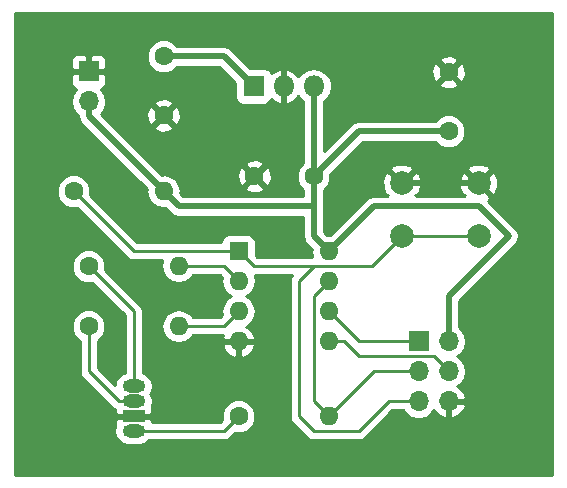
<source format=gbr>
G04 #@! TF.FileFunction,Copper,L2,Bot,Signal*
%FSLAX46Y46*%
G04 Gerber Fmt 4.6, Leading zero omitted, Abs format (unit mm)*
G04 Created by KiCad (PCBNEW 4.0.7) date 11/08/17 15:50:33*
%MOMM*%
%LPD*%
G01*
G04 APERTURE LIST*
%ADD10C,0.100000*%
%ADD11C,1.600000*%
%ADD12O,1.905000X1.117600*%
%ADD13R,1.905000X1.117600*%
%ADD14R,1.700000X1.700000*%
%ADD15O,1.700000X1.700000*%
%ADD16O,1.600000X1.600000*%
%ADD17C,2.000000*%
%ADD18R,1.800000X1.800000*%
%ADD19O,1.800000X1.800000*%
%ADD20R,1.600000X1.600000*%
%ADD21C,0.508000*%
%ADD22C,0.254000*%
G04 APERTURE END LIST*
D10*
D11*
X171450000Y-97790000D03*
X171450000Y-102790000D03*
X195580000Y-104140000D03*
X195580000Y-99140000D03*
X184150000Y-107950000D03*
X179150000Y-107950000D03*
D12*
X168910000Y-129540000D03*
D13*
X168910000Y-128270000D03*
D12*
X168910000Y-127000000D03*
X168910000Y-125730000D03*
D14*
X165100000Y-99060000D03*
D15*
X165100000Y-101600000D03*
D14*
X193040000Y-121920000D03*
D15*
X195580000Y-121920000D03*
X193040000Y-124460000D03*
X195580000Y-124460000D03*
X193040000Y-127000000D03*
X195580000Y-127000000D03*
D11*
X165100000Y-120650000D03*
D16*
X172720000Y-120650000D03*
D11*
X165100000Y-115570000D03*
D16*
X172720000Y-115570000D03*
D11*
X177800000Y-128270000D03*
D16*
X185420000Y-128270000D03*
D11*
X163830000Y-109220000D03*
D16*
X171450000Y-109220000D03*
D17*
X198120000Y-108530000D03*
X198120000Y-113030000D03*
X191620000Y-108530000D03*
X191620000Y-113030000D03*
D18*
X179070000Y-100330000D03*
D19*
X181610000Y-100330000D03*
X184150000Y-100330000D03*
D20*
X177800000Y-114300000D03*
D16*
X185420000Y-121920000D03*
X177800000Y-116840000D03*
X185420000Y-119380000D03*
X177800000Y-119380000D03*
X185420000Y-116840000D03*
X177800000Y-121920000D03*
X185420000Y-114300000D03*
D21*
X171450000Y-97790000D02*
X176530000Y-97790000D01*
X176530000Y-97790000D02*
X179070000Y-100330000D01*
X191620000Y-108530000D02*
X198120000Y-108530000D01*
X195580000Y-121920000D02*
X195580000Y-118110000D01*
X189230000Y-110490000D02*
X185420000Y-114300000D01*
X198120000Y-110490000D02*
X189230000Y-110490000D01*
X200660000Y-113030000D02*
X198120000Y-110490000D01*
X195580000Y-118110000D02*
X200660000Y-113030000D01*
X184150000Y-110490000D02*
X172720000Y-110490000D01*
X172720000Y-110490000D02*
X171450000Y-109220000D01*
X184150000Y-107950000D02*
X184150000Y-110490000D01*
X184150000Y-110490000D02*
X184150000Y-113030000D01*
X184150000Y-113030000D02*
X185420000Y-114300000D01*
X184150000Y-100330000D02*
X184150000Y-107950000D01*
X195580000Y-104140000D02*
X187960000Y-104140000D01*
X187960000Y-104140000D02*
X184150000Y-107950000D01*
X165100000Y-101600000D02*
X165100000Y-102870000D01*
X165100000Y-102870000D02*
X171450000Y-109220000D01*
D22*
X168910000Y-129540000D02*
X176530000Y-129540000D01*
X176530000Y-129540000D02*
X177800000Y-128270000D01*
X168910000Y-127000000D02*
X167640000Y-127000000D01*
X165100000Y-124460000D02*
X165100000Y-120650000D01*
X167640000Y-127000000D02*
X165100000Y-124460000D01*
X168910000Y-125730000D02*
X168910000Y-119380000D01*
X168910000Y-119380000D02*
X165100000Y-115570000D01*
X193040000Y-121920000D02*
X187960000Y-121920000D01*
X187960000Y-121920000D02*
X185420000Y-119380000D01*
X193040000Y-124460000D02*
X189230000Y-124460000D01*
X189230000Y-124460000D02*
X185420000Y-128270000D01*
X185420000Y-116840000D02*
X184150000Y-118110000D01*
X184150000Y-127000000D02*
X185420000Y-128270000D01*
X184150000Y-118110000D02*
X184150000Y-127000000D01*
X195580000Y-124460000D02*
X194310000Y-123190000D01*
X186690000Y-121920000D02*
X185420000Y-121920000D01*
X187960000Y-123190000D02*
X186690000Y-121920000D01*
X194310000Y-123190000D02*
X187960000Y-123190000D01*
X191620000Y-113030000D02*
X198120000Y-113030000D01*
X184150000Y-115570000D02*
X179070000Y-115570000D01*
X179070000Y-115570000D02*
X177800000Y-114300000D01*
X193040000Y-127000000D02*
X190500000Y-127000000D01*
X189080000Y-115570000D02*
X191620000Y-113030000D01*
X184150000Y-115570000D02*
X189080000Y-115570000D01*
X182880000Y-116840000D02*
X184150000Y-115570000D01*
X182880000Y-128270000D02*
X182880000Y-116840000D01*
X184150000Y-129540000D02*
X182880000Y-128270000D01*
X187960000Y-129540000D02*
X184150000Y-129540000D01*
X190500000Y-127000000D02*
X187960000Y-129540000D01*
X177800000Y-114300000D02*
X168910000Y-114300000D01*
X168910000Y-114300000D02*
X163830000Y-109220000D01*
X172720000Y-120650000D02*
X176530000Y-120650000D01*
X176530000Y-120650000D02*
X177800000Y-119380000D01*
X172720000Y-115570000D02*
X176530000Y-115570000D01*
X176530000Y-115570000D02*
X177800000Y-116840000D01*
G36*
X204343000Y-133223000D02*
X158877000Y-133223000D01*
X158877000Y-129540000D01*
X167291399Y-129540000D01*
X167382272Y-129996847D01*
X167641055Y-130384144D01*
X168028352Y-130642927D01*
X168485199Y-130733800D01*
X169334801Y-130733800D01*
X169791648Y-130642927D01*
X170178945Y-130384144D01*
X170233832Y-130302000D01*
X176530000Y-130302000D01*
X176821605Y-130243996D01*
X177068815Y-130078815D01*
X177463544Y-129684086D01*
X177513309Y-129704750D01*
X178084187Y-129705248D01*
X178611800Y-129487243D01*
X179015824Y-129083923D01*
X179234750Y-128556691D01*
X179235248Y-127985813D01*
X179017243Y-127458200D01*
X178613923Y-127054176D01*
X178086691Y-126835250D01*
X177515813Y-126834752D01*
X176988200Y-127052757D01*
X176584176Y-127456077D01*
X176365250Y-127983309D01*
X176364752Y-128554187D01*
X176386222Y-128606148D01*
X176214370Y-128778000D01*
X170497500Y-128778000D01*
X170497500Y-128555750D01*
X170338750Y-128397000D01*
X169590188Y-128397000D01*
X169334801Y-128346200D01*
X168485199Y-128346200D01*
X168229812Y-128397000D01*
X167481250Y-128397000D01*
X167322500Y-128555750D01*
X167322500Y-128955110D01*
X167380087Y-129094137D01*
X167291399Y-129540000D01*
X158877000Y-129540000D01*
X158877000Y-115854187D01*
X163664752Y-115854187D01*
X163882757Y-116381800D01*
X164286077Y-116785824D01*
X164813309Y-117004750D01*
X165384187Y-117005248D01*
X165436148Y-116983778D01*
X168148000Y-119695631D01*
X168148000Y-124603273D01*
X168028352Y-124627073D01*
X167641055Y-124885856D01*
X167382272Y-125273153D01*
X167317320Y-125599689D01*
X165862000Y-124144370D01*
X165862000Y-121887820D01*
X165911800Y-121867243D01*
X166315824Y-121463923D01*
X166534750Y-120936691D01*
X166535248Y-120365813D01*
X166317243Y-119838200D01*
X165913923Y-119434176D01*
X165386691Y-119215250D01*
X164815813Y-119214752D01*
X164288200Y-119432757D01*
X163884176Y-119836077D01*
X163665250Y-120363309D01*
X163664752Y-120934187D01*
X163882757Y-121461800D01*
X164286077Y-121865824D01*
X164338000Y-121887384D01*
X164338000Y-124460000D01*
X164396004Y-124751605D01*
X164485708Y-124885856D01*
X164561185Y-124998815D01*
X167101184Y-127538815D01*
X167322500Y-127686694D01*
X167322500Y-127984250D01*
X167481250Y-128143000D01*
X168229812Y-128143000D01*
X168485199Y-128193800D01*
X169334801Y-128193800D01*
X169590188Y-128143000D01*
X170338750Y-128143000D01*
X170497500Y-127984250D01*
X170497500Y-127584890D01*
X170439913Y-127445863D01*
X170528601Y-127000000D01*
X170437728Y-126543153D01*
X170318690Y-126365000D01*
X170437728Y-126186847D01*
X170528601Y-125730000D01*
X170437728Y-125273153D01*
X170178945Y-124885856D01*
X169791648Y-124627073D01*
X169672000Y-124603273D01*
X169672000Y-122269039D01*
X176408096Y-122269039D01*
X176568959Y-122657423D01*
X176944866Y-123072389D01*
X177450959Y-123311914D01*
X177673000Y-123190629D01*
X177673000Y-122047000D01*
X177927000Y-122047000D01*
X177927000Y-123190629D01*
X178149041Y-123311914D01*
X178655134Y-123072389D01*
X179031041Y-122657423D01*
X179191904Y-122269039D01*
X179069915Y-122047000D01*
X177927000Y-122047000D01*
X177673000Y-122047000D01*
X176530085Y-122047000D01*
X176408096Y-122269039D01*
X169672000Y-122269039D01*
X169672000Y-119380000D01*
X169613996Y-119088395D01*
X169547834Y-118989377D01*
X169448816Y-118841185D01*
X166514086Y-115906456D01*
X166534750Y-115856691D01*
X166535248Y-115285813D01*
X166317243Y-114758200D01*
X165913923Y-114354176D01*
X165386691Y-114135250D01*
X164815813Y-114134752D01*
X164288200Y-114352757D01*
X163884176Y-114756077D01*
X163665250Y-115283309D01*
X163664752Y-115854187D01*
X158877000Y-115854187D01*
X158877000Y-109504187D01*
X162394752Y-109504187D01*
X162612757Y-110031800D01*
X163016077Y-110435824D01*
X163543309Y-110654750D01*
X164114187Y-110655248D01*
X164166148Y-110633778D01*
X168371185Y-114838815D01*
X168618395Y-115003996D01*
X168910000Y-115062000D01*
X171357935Y-115062000D01*
X171256887Y-115570000D01*
X171366120Y-116119151D01*
X171677189Y-116584698D01*
X172142736Y-116895767D01*
X172691887Y-117005000D01*
X172748113Y-117005000D01*
X173297264Y-116895767D01*
X173762811Y-116584698D01*
X173931659Y-116332000D01*
X176214370Y-116332000D01*
X176400843Y-116518473D01*
X176336887Y-116840000D01*
X176446120Y-117389151D01*
X176757189Y-117854698D01*
X177139275Y-118110000D01*
X176757189Y-118365302D01*
X176446120Y-118830849D01*
X176336887Y-119380000D01*
X176400843Y-119701527D01*
X176214370Y-119888000D01*
X173931659Y-119888000D01*
X173762811Y-119635302D01*
X173297264Y-119324233D01*
X172748113Y-119215000D01*
X172691887Y-119215000D01*
X172142736Y-119324233D01*
X171677189Y-119635302D01*
X171366120Y-120100849D01*
X171256887Y-120650000D01*
X171366120Y-121199151D01*
X171677189Y-121664698D01*
X172142736Y-121975767D01*
X172691887Y-122085000D01*
X172748113Y-122085000D01*
X173297264Y-121975767D01*
X173762811Y-121664698D01*
X173931659Y-121412000D01*
X176473935Y-121412000D01*
X176408096Y-121570961D01*
X176530085Y-121793000D01*
X177673000Y-121793000D01*
X177673000Y-121773000D01*
X177927000Y-121773000D01*
X177927000Y-121793000D01*
X179069915Y-121793000D01*
X179191904Y-121570961D01*
X179031041Y-121182577D01*
X178655134Y-120767611D01*
X178438297Y-120664986D01*
X178842811Y-120394698D01*
X179153880Y-119929151D01*
X179263113Y-119380000D01*
X179153880Y-118830849D01*
X178842811Y-118365302D01*
X178460725Y-118110000D01*
X178842811Y-117854698D01*
X179153880Y-117389151D01*
X179263113Y-116840000D01*
X179162065Y-116332000D01*
X182320595Y-116332000D01*
X182176004Y-116548395D01*
X182118000Y-116840000D01*
X182118000Y-128270000D01*
X182176004Y-128561605D01*
X182265708Y-128695856D01*
X182341185Y-128808815D01*
X183611184Y-130078815D01*
X183858395Y-130243996D01*
X184150000Y-130302000D01*
X187960000Y-130302000D01*
X188251605Y-130243996D01*
X188498815Y-130078815D01*
X190815631Y-127762000D01*
X191768382Y-127762000D01*
X191960853Y-128050054D01*
X192442622Y-128371961D01*
X193010907Y-128485000D01*
X193069093Y-128485000D01*
X193637378Y-128371961D01*
X194119147Y-128050054D01*
X194308345Y-127766899D01*
X194308355Y-127766924D01*
X194698642Y-128195183D01*
X195223108Y-128441486D01*
X195453000Y-128320819D01*
X195453000Y-127127000D01*
X195707000Y-127127000D01*
X195707000Y-128320819D01*
X195936892Y-128441486D01*
X196461358Y-128195183D01*
X196851645Y-127766924D01*
X197021476Y-127356890D01*
X196900155Y-127127000D01*
X195707000Y-127127000D01*
X195453000Y-127127000D01*
X195433000Y-127127000D01*
X195433000Y-126873000D01*
X195453000Y-126873000D01*
X195453000Y-126853000D01*
X195707000Y-126853000D01*
X195707000Y-126873000D01*
X196900155Y-126873000D01*
X197021476Y-126643110D01*
X196851645Y-126233076D01*
X196461358Y-125804817D01*
X196318447Y-125737702D01*
X196659147Y-125510054D01*
X196981054Y-125028285D01*
X197094093Y-124460000D01*
X196981054Y-123891715D01*
X196659147Y-123409946D01*
X196329974Y-123190000D01*
X196659147Y-122970054D01*
X196981054Y-122488285D01*
X197094093Y-121920000D01*
X196981054Y-121351715D01*
X196659147Y-120869946D01*
X196469000Y-120742894D01*
X196469000Y-118478236D01*
X201288618Y-113658618D01*
X201481329Y-113370205D01*
X201549000Y-113030000D01*
X201523851Y-112903569D01*
X201481329Y-112689794D01*
X201288618Y-112401382D01*
X198882795Y-109995559D01*
X198994264Y-109949387D01*
X199092927Y-109682532D01*
X198120000Y-108709605D01*
X198105858Y-108723748D01*
X197926253Y-108544143D01*
X197940395Y-108530000D01*
X198299605Y-108530000D01*
X199272532Y-109502927D01*
X199539387Y-109404264D01*
X199765908Y-108794539D01*
X199741856Y-108144540D01*
X199539387Y-107655736D01*
X199272532Y-107557073D01*
X198299605Y-108530000D01*
X197940395Y-108530000D01*
X196967468Y-107557073D01*
X196700613Y-107655736D01*
X196474092Y-108265461D01*
X196498144Y-108915460D01*
X196700613Y-109404264D01*
X196967466Y-109502926D01*
X196869392Y-109601000D01*
X192870608Y-109601000D01*
X192772534Y-109502926D01*
X193039387Y-109404264D01*
X193265908Y-108794539D01*
X193241856Y-108144540D01*
X193039387Y-107655736D01*
X192772532Y-107557073D01*
X191799605Y-108530000D01*
X191813748Y-108544143D01*
X191634143Y-108723748D01*
X191620000Y-108709605D01*
X191605858Y-108723748D01*
X191426253Y-108544143D01*
X191440395Y-108530000D01*
X190467468Y-107557073D01*
X190200613Y-107655736D01*
X189974092Y-108265461D01*
X189998144Y-108915460D01*
X190200613Y-109404264D01*
X190467466Y-109502926D01*
X190369392Y-109601000D01*
X189230000Y-109601000D01*
X188889795Y-109668670D01*
X188601382Y-109861382D01*
X185572935Y-112889829D01*
X185448113Y-112865000D01*
X185391887Y-112865000D01*
X185267065Y-112889829D01*
X185039000Y-112661764D01*
X185039000Y-109090178D01*
X185365824Y-108763923D01*
X185584750Y-108236691D01*
X185585155Y-107772081D01*
X185979768Y-107377468D01*
X190647073Y-107377468D01*
X191620000Y-108350395D01*
X192592927Y-107377468D01*
X197147073Y-107377468D01*
X198120000Y-108350395D01*
X199092927Y-107377468D01*
X198994264Y-107110613D01*
X198384539Y-106884092D01*
X197734540Y-106908144D01*
X197245736Y-107110613D01*
X197147073Y-107377468D01*
X192592927Y-107377468D01*
X192494264Y-107110613D01*
X191884539Y-106884092D01*
X191234540Y-106908144D01*
X190745736Y-107110613D01*
X190647073Y-107377468D01*
X185979768Y-107377468D01*
X188328236Y-105029000D01*
X194439822Y-105029000D01*
X194766077Y-105355824D01*
X195293309Y-105574750D01*
X195864187Y-105575248D01*
X196391800Y-105357243D01*
X196795824Y-104953923D01*
X197014750Y-104426691D01*
X197015248Y-103855813D01*
X196797243Y-103328200D01*
X196393923Y-102924176D01*
X195866691Y-102705250D01*
X195295813Y-102704752D01*
X194768200Y-102922757D01*
X194439384Y-103251000D01*
X187960000Y-103251000D01*
X187619795Y-103318670D01*
X187331382Y-103511382D01*
X185039000Y-105803764D01*
X185039000Y-101566739D01*
X185265481Y-101415409D01*
X185598227Y-100917419D01*
X185715072Y-100330000D01*
X185678820Y-100147745D01*
X194751861Y-100147745D01*
X194825995Y-100393864D01*
X195363223Y-100586965D01*
X195933454Y-100559778D01*
X196334005Y-100393864D01*
X196408139Y-100147745D01*
X195580000Y-99319605D01*
X194751861Y-100147745D01*
X185678820Y-100147745D01*
X185598227Y-99742581D01*
X185265481Y-99244591D01*
X184784520Y-98923223D01*
X194133035Y-98923223D01*
X194160222Y-99493454D01*
X194326136Y-99894005D01*
X194572255Y-99968139D01*
X195400395Y-99140000D01*
X195759605Y-99140000D01*
X196587745Y-99968139D01*
X196833864Y-99894005D01*
X197026965Y-99356777D01*
X196999778Y-98786546D01*
X196833864Y-98385995D01*
X196587745Y-98311861D01*
X195759605Y-99140000D01*
X195400395Y-99140000D01*
X194572255Y-98311861D01*
X194326136Y-98385995D01*
X194133035Y-98923223D01*
X184784520Y-98923223D01*
X184767491Y-98911845D01*
X184180072Y-98795000D01*
X184119928Y-98795000D01*
X183532509Y-98911845D01*
X183034519Y-99244591D01*
X182875499Y-99482582D01*
X182517576Y-99092034D01*
X181974742Y-98838954D01*
X181737000Y-98959003D01*
X181737000Y-100203000D01*
X181757000Y-100203000D01*
X181757000Y-100457000D01*
X181737000Y-100457000D01*
X181737000Y-101700997D01*
X181974742Y-101821046D01*
X182517576Y-101567966D01*
X182875499Y-101177418D01*
X183034519Y-101415409D01*
X183261000Y-101566739D01*
X183261000Y-106809822D01*
X182934176Y-107136077D01*
X182715250Y-107663309D01*
X182714752Y-108234187D01*
X182932757Y-108761800D01*
X183261000Y-109090616D01*
X183261000Y-109601000D01*
X173088236Y-109601000D01*
X172878956Y-109391720D01*
X172913113Y-109220000D01*
X172860948Y-108957745D01*
X178321861Y-108957745D01*
X178395995Y-109203864D01*
X178933223Y-109396965D01*
X179503454Y-109369778D01*
X179904005Y-109203864D01*
X179978139Y-108957745D01*
X179150000Y-108129605D01*
X178321861Y-108957745D01*
X172860948Y-108957745D01*
X172803880Y-108670849D01*
X172492811Y-108205302D01*
X172027264Y-107894233D01*
X171478113Y-107785000D01*
X171421887Y-107785000D01*
X171297065Y-107809829D01*
X171220459Y-107733223D01*
X177703035Y-107733223D01*
X177730222Y-108303454D01*
X177896136Y-108704005D01*
X178142255Y-108778139D01*
X178970395Y-107950000D01*
X179329605Y-107950000D01*
X180157745Y-108778139D01*
X180403864Y-108704005D01*
X180596965Y-108166777D01*
X180569778Y-107596546D01*
X180403864Y-107195995D01*
X180157745Y-107121861D01*
X179329605Y-107950000D01*
X178970395Y-107950000D01*
X178142255Y-107121861D01*
X177896136Y-107195995D01*
X177703035Y-107733223D01*
X171220459Y-107733223D01*
X170429491Y-106942255D01*
X178321861Y-106942255D01*
X179150000Y-107770395D01*
X179978139Y-106942255D01*
X179904005Y-106696136D01*
X179366777Y-106503035D01*
X178796546Y-106530222D01*
X178395995Y-106696136D01*
X178321861Y-106942255D01*
X170429491Y-106942255D01*
X167284981Y-103797745D01*
X170621861Y-103797745D01*
X170695995Y-104043864D01*
X171233223Y-104236965D01*
X171803454Y-104209778D01*
X172204005Y-104043864D01*
X172278139Y-103797745D01*
X171450000Y-102969605D01*
X170621861Y-103797745D01*
X167284981Y-103797745D01*
X166154056Y-102666820D01*
X166179147Y-102650054D01*
X166230483Y-102573223D01*
X170003035Y-102573223D01*
X170030222Y-103143454D01*
X170196136Y-103544005D01*
X170442255Y-103618139D01*
X171270395Y-102790000D01*
X171629605Y-102790000D01*
X172457745Y-103618139D01*
X172703864Y-103544005D01*
X172896965Y-103006777D01*
X172869778Y-102436546D01*
X172703864Y-102035995D01*
X172457745Y-101961861D01*
X171629605Y-102790000D01*
X171270395Y-102790000D01*
X170442255Y-101961861D01*
X170196136Y-102035995D01*
X170003035Y-102573223D01*
X166230483Y-102573223D01*
X166501054Y-102168285D01*
X166577840Y-101782255D01*
X170621861Y-101782255D01*
X171450000Y-102610395D01*
X172278139Y-101782255D01*
X172204005Y-101536136D01*
X171666777Y-101343035D01*
X171096546Y-101370222D01*
X170695995Y-101536136D01*
X170621861Y-101782255D01*
X166577840Y-101782255D01*
X166614093Y-101600000D01*
X166501054Y-101031715D01*
X166179147Y-100549946D01*
X166135223Y-100520597D01*
X166309698Y-100448327D01*
X166488327Y-100269699D01*
X166585000Y-100036310D01*
X166585000Y-99345750D01*
X166426250Y-99187000D01*
X165227000Y-99187000D01*
X165227000Y-99207000D01*
X164973000Y-99207000D01*
X164973000Y-99187000D01*
X163773750Y-99187000D01*
X163615000Y-99345750D01*
X163615000Y-100036310D01*
X163711673Y-100269699D01*
X163890302Y-100448327D01*
X164064777Y-100520597D01*
X164020853Y-100549946D01*
X163698946Y-101031715D01*
X163585907Y-101600000D01*
X163698946Y-102168285D01*
X164020853Y-102650054D01*
X164211000Y-102777106D01*
X164211000Y-102870000D01*
X164278671Y-103210206D01*
X164471382Y-103498618D01*
X170021044Y-109048280D01*
X169986887Y-109220000D01*
X170096120Y-109769151D01*
X170407189Y-110234698D01*
X170872736Y-110545767D01*
X171421887Y-110655000D01*
X171478113Y-110655000D01*
X171602935Y-110630171D01*
X172091382Y-111118618D01*
X172379794Y-111311329D01*
X172720000Y-111379000D01*
X183261000Y-111379000D01*
X183261000Y-113030000D01*
X183328671Y-113370206D01*
X183461378Y-113568816D01*
X183521382Y-113658618D01*
X183991044Y-114128280D01*
X183956887Y-114300000D01*
X184057935Y-114808000D01*
X179385631Y-114808000D01*
X179247440Y-114669809D01*
X179247440Y-113500000D01*
X179203162Y-113264683D01*
X179064090Y-113048559D01*
X178851890Y-112903569D01*
X178600000Y-112852560D01*
X177000000Y-112852560D01*
X176764683Y-112896838D01*
X176548559Y-113035910D01*
X176403569Y-113248110D01*
X176352560Y-113500000D01*
X176352560Y-113538000D01*
X169225630Y-113538000D01*
X165244086Y-109556456D01*
X165264750Y-109506691D01*
X165265248Y-108935813D01*
X165047243Y-108408200D01*
X164643923Y-108004176D01*
X164116691Y-107785250D01*
X163545813Y-107784752D01*
X163018200Y-108002757D01*
X162614176Y-108406077D01*
X162395250Y-108933309D01*
X162394752Y-109504187D01*
X158877000Y-109504187D01*
X158877000Y-98083690D01*
X163615000Y-98083690D01*
X163615000Y-98774250D01*
X163773750Y-98933000D01*
X164973000Y-98933000D01*
X164973000Y-97733750D01*
X165227000Y-97733750D01*
X165227000Y-98933000D01*
X166426250Y-98933000D01*
X166585000Y-98774250D01*
X166585000Y-98083690D01*
X166581064Y-98074187D01*
X170014752Y-98074187D01*
X170232757Y-98601800D01*
X170636077Y-99005824D01*
X171163309Y-99224750D01*
X171734187Y-99225248D01*
X172261800Y-99007243D01*
X172590616Y-98679000D01*
X176161764Y-98679000D01*
X177522560Y-100039796D01*
X177522560Y-101230000D01*
X177566838Y-101465317D01*
X177705910Y-101681441D01*
X177918110Y-101826431D01*
X178170000Y-101877440D01*
X179970000Y-101877440D01*
X180205317Y-101833162D01*
X180421441Y-101694090D01*
X180566431Y-101481890D01*
X180576766Y-101430854D01*
X180702424Y-101567966D01*
X181245258Y-101821046D01*
X181483000Y-101700997D01*
X181483000Y-100457000D01*
X181463000Y-100457000D01*
X181463000Y-100203000D01*
X181483000Y-100203000D01*
X181483000Y-98959003D01*
X181245258Y-98838954D01*
X180702424Y-99092034D01*
X180579156Y-99226538D01*
X180573162Y-99194683D01*
X180434090Y-98978559D01*
X180221890Y-98833569D01*
X179970000Y-98782560D01*
X178779796Y-98782560D01*
X178129491Y-98132255D01*
X194751861Y-98132255D01*
X195580000Y-98960395D01*
X196408139Y-98132255D01*
X196334005Y-97886136D01*
X195796777Y-97693035D01*
X195226546Y-97720222D01*
X194825995Y-97886136D01*
X194751861Y-98132255D01*
X178129491Y-98132255D01*
X177158618Y-97161382D01*
X176870206Y-96968671D01*
X176530000Y-96901000D01*
X172590178Y-96901000D01*
X172263923Y-96574176D01*
X171736691Y-96355250D01*
X171165813Y-96354752D01*
X170638200Y-96572757D01*
X170234176Y-96976077D01*
X170015250Y-97503309D01*
X170014752Y-98074187D01*
X166581064Y-98074187D01*
X166488327Y-97850301D01*
X166309698Y-97671673D01*
X166076309Y-97575000D01*
X165385750Y-97575000D01*
X165227000Y-97733750D01*
X164973000Y-97733750D01*
X164814250Y-97575000D01*
X164123691Y-97575000D01*
X163890302Y-97671673D01*
X163711673Y-97850301D01*
X163615000Y-98083690D01*
X158877000Y-98083690D01*
X158877000Y-94107000D01*
X204343000Y-94107000D01*
X204343000Y-133223000D01*
X204343000Y-133223000D01*
G37*
X204343000Y-133223000D02*
X158877000Y-133223000D01*
X158877000Y-129540000D01*
X167291399Y-129540000D01*
X167382272Y-129996847D01*
X167641055Y-130384144D01*
X168028352Y-130642927D01*
X168485199Y-130733800D01*
X169334801Y-130733800D01*
X169791648Y-130642927D01*
X170178945Y-130384144D01*
X170233832Y-130302000D01*
X176530000Y-130302000D01*
X176821605Y-130243996D01*
X177068815Y-130078815D01*
X177463544Y-129684086D01*
X177513309Y-129704750D01*
X178084187Y-129705248D01*
X178611800Y-129487243D01*
X179015824Y-129083923D01*
X179234750Y-128556691D01*
X179235248Y-127985813D01*
X179017243Y-127458200D01*
X178613923Y-127054176D01*
X178086691Y-126835250D01*
X177515813Y-126834752D01*
X176988200Y-127052757D01*
X176584176Y-127456077D01*
X176365250Y-127983309D01*
X176364752Y-128554187D01*
X176386222Y-128606148D01*
X176214370Y-128778000D01*
X170497500Y-128778000D01*
X170497500Y-128555750D01*
X170338750Y-128397000D01*
X169590188Y-128397000D01*
X169334801Y-128346200D01*
X168485199Y-128346200D01*
X168229812Y-128397000D01*
X167481250Y-128397000D01*
X167322500Y-128555750D01*
X167322500Y-128955110D01*
X167380087Y-129094137D01*
X167291399Y-129540000D01*
X158877000Y-129540000D01*
X158877000Y-115854187D01*
X163664752Y-115854187D01*
X163882757Y-116381800D01*
X164286077Y-116785824D01*
X164813309Y-117004750D01*
X165384187Y-117005248D01*
X165436148Y-116983778D01*
X168148000Y-119695631D01*
X168148000Y-124603273D01*
X168028352Y-124627073D01*
X167641055Y-124885856D01*
X167382272Y-125273153D01*
X167317320Y-125599689D01*
X165862000Y-124144370D01*
X165862000Y-121887820D01*
X165911800Y-121867243D01*
X166315824Y-121463923D01*
X166534750Y-120936691D01*
X166535248Y-120365813D01*
X166317243Y-119838200D01*
X165913923Y-119434176D01*
X165386691Y-119215250D01*
X164815813Y-119214752D01*
X164288200Y-119432757D01*
X163884176Y-119836077D01*
X163665250Y-120363309D01*
X163664752Y-120934187D01*
X163882757Y-121461800D01*
X164286077Y-121865824D01*
X164338000Y-121887384D01*
X164338000Y-124460000D01*
X164396004Y-124751605D01*
X164485708Y-124885856D01*
X164561185Y-124998815D01*
X167101184Y-127538815D01*
X167322500Y-127686694D01*
X167322500Y-127984250D01*
X167481250Y-128143000D01*
X168229812Y-128143000D01*
X168485199Y-128193800D01*
X169334801Y-128193800D01*
X169590188Y-128143000D01*
X170338750Y-128143000D01*
X170497500Y-127984250D01*
X170497500Y-127584890D01*
X170439913Y-127445863D01*
X170528601Y-127000000D01*
X170437728Y-126543153D01*
X170318690Y-126365000D01*
X170437728Y-126186847D01*
X170528601Y-125730000D01*
X170437728Y-125273153D01*
X170178945Y-124885856D01*
X169791648Y-124627073D01*
X169672000Y-124603273D01*
X169672000Y-122269039D01*
X176408096Y-122269039D01*
X176568959Y-122657423D01*
X176944866Y-123072389D01*
X177450959Y-123311914D01*
X177673000Y-123190629D01*
X177673000Y-122047000D01*
X177927000Y-122047000D01*
X177927000Y-123190629D01*
X178149041Y-123311914D01*
X178655134Y-123072389D01*
X179031041Y-122657423D01*
X179191904Y-122269039D01*
X179069915Y-122047000D01*
X177927000Y-122047000D01*
X177673000Y-122047000D01*
X176530085Y-122047000D01*
X176408096Y-122269039D01*
X169672000Y-122269039D01*
X169672000Y-119380000D01*
X169613996Y-119088395D01*
X169547834Y-118989377D01*
X169448816Y-118841185D01*
X166514086Y-115906456D01*
X166534750Y-115856691D01*
X166535248Y-115285813D01*
X166317243Y-114758200D01*
X165913923Y-114354176D01*
X165386691Y-114135250D01*
X164815813Y-114134752D01*
X164288200Y-114352757D01*
X163884176Y-114756077D01*
X163665250Y-115283309D01*
X163664752Y-115854187D01*
X158877000Y-115854187D01*
X158877000Y-109504187D01*
X162394752Y-109504187D01*
X162612757Y-110031800D01*
X163016077Y-110435824D01*
X163543309Y-110654750D01*
X164114187Y-110655248D01*
X164166148Y-110633778D01*
X168371185Y-114838815D01*
X168618395Y-115003996D01*
X168910000Y-115062000D01*
X171357935Y-115062000D01*
X171256887Y-115570000D01*
X171366120Y-116119151D01*
X171677189Y-116584698D01*
X172142736Y-116895767D01*
X172691887Y-117005000D01*
X172748113Y-117005000D01*
X173297264Y-116895767D01*
X173762811Y-116584698D01*
X173931659Y-116332000D01*
X176214370Y-116332000D01*
X176400843Y-116518473D01*
X176336887Y-116840000D01*
X176446120Y-117389151D01*
X176757189Y-117854698D01*
X177139275Y-118110000D01*
X176757189Y-118365302D01*
X176446120Y-118830849D01*
X176336887Y-119380000D01*
X176400843Y-119701527D01*
X176214370Y-119888000D01*
X173931659Y-119888000D01*
X173762811Y-119635302D01*
X173297264Y-119324233D01*
X172748113Y-119215000D01*
X172691887Y-119215000D01*
X172142736Y-119324233D01*
X171677189Y-119635302D01*
X171366120Y-120100849D01*
X171256887Y-120650000D01*
X171366120Y-121199151D01*
X171677189Y-121664698D01*
X172142736Y-121975767D01*
X172691887Y-122085000D01*
X172748113Y-122085000D01*
X173297264Y-121975767D01*
X173762811Y-121664698D01*
X173931659Y-121412000D01*
X176473935Y-121412000D01*
X176408096Y-121570961D01*
X176530085Y-121793000D01*
X177673000Y-121793000D01*
X177673000Y-121773000D01*
X177927000Y-121773000D01*
X177927000Y-121793000D01*
X179069915Y-121793000D01*
X179191904Y-121570961D01*
X179031041Y-121182577D01*
X178655134Y-120767611D01*
X178438297Y-120664986D01*
X178842811Y-120394698D01*
X179153880Y-119929151D01*
X179263113Y-119380000D01*
X179153880Y-118830849D01*
X178842811Y-118365302D01*
X178460725Y-118110000D01*
X178842811Y-117854698D01*
X179153880Y-117389151D01*
X179263113Y-116840000D01*
X179162065Y-116332000D01*
X182320595Y-116332000D01*
X182176004Y-116548395D01*
X182118000Y-116840000D01*
X182118000Y-128270000D01*
X182176004Y-128561605D01*
X182265708Y-128695856D01*
X182341185Y-128808815D01*
X183611184Y-130078815D01*
X183858395Y-130243996D01*
X184150000Y-130302000D01*
X187960000Y-130302000D01*
X188251605Y-130243996D01*
X188498815Y-130078815D01*
X190815631Y-127762000D01*
X191768382Y-127762000D01*
X191960853Y-128050054D01*
X192442622Y-128371961D01*
X193010907Y-128485000D01*
X193069093Y-128485000D01*
X193637378Y-128371961D01*
X194119147Y-128050054D01*
X194308345Y-127766899D01*
X194308355Y-127766924D01*
X194698642Y-128195183D01*
X195223108Y-128441486D01*
X195453000Y-128320819D01*
X195453000Y-127127000D01*
X195707000Y-127127000D01*
X195707000Y-128320819D01*
X195936892Y-128441486D01*
X196461358Y-128195183D01*
X196851645Y-127766924D01*
X197021476Y-127356890D01*
X196900155Y-127127000D01*
X195707000Y-127127000D01*
X195453000Y-127127000D01*
X195433000Y-127127000D01*
X195433000Y-126873000D01*
X195453000Y-126873000D01*
X195453000Y-126853000D01*
X195707000Y-126853000D01*
X195707000Y-126873000D01*
X196900155Y-126873000D01*
X197021476Y-126643110D01*
X196851645Y-126233076D01*
X196461358Y-125804817D01*
X196318447Y-125737702D01*
X196659147Y-125510054D01*
X196981054Y-125028285D01*
X197094093Y-124460000D01*
X196981054Y-123891715D01*
X196659147Y-123409946D01*
X196329974Y-123190000D01*
X196659147Y-122970054D01*
X196981054Y-122488285D01*
X197094093Y-121920000D01*
X196981054Y-121351715D01*
X196659147Y-120869946D01*
X196469000Y-120742894D01*
X196469000Y-118478236D01*
X201288618Y-113658618D01*
X201481329Y-113370205D01*
X201549000Y-113030000D01*
X201523851Y-112903569D01*
X201481329Y-112689794D01*
X201288618Y-112401382D01*
X198882795Y-109995559D01*
X198994264Y-109949387D01*
X199092927Y-109682532D01*
X198120000Y-108709605D01*
X198105858Y-108723748D01*
X197926253Y-108544143D01*
X197940395Y-108530000D01*
X198299605Y-108530000D01*
X199272532Y-109502927D01*
X199539387Y-109404264D01*
X199765908Y-108794539D01*
X199741856Y-108144540D01*
X199539387Y-107655736D01*
X199272532Y-107557073D01*
X198299605Y-108530000D01*
X197940395Y-108530000D01*
X196967468Y-107557073D01*
X196700613Y-107655736D01*
X196474092Y-108265461D01*
X196498144Y-108915460D01*
X196700613Y-109404264D01*
X196967466Y-109502926D01*
X196869392Y-109601000D01*
X192870608Y-109601000D01*
X192772534Y-109502926D01*
X193039387Y-109404264D01*
X193265908Y-108794539D01*
X193241856Y-108144540D01*
X193039387Y-107655736D01*
X192772532Y-107557073D01*
X191799605Y-108530000D01*
X191813748Y-108544143D01*
X191634143Y-108723748D01*
X191620000Y-108709605D01*
X191605858Y-108723748D01*
X191426253Y-108544143D01*
X191440395Y-108530000D01*
X190467468Y-107557073D01*
X190200613Y-107655736D01*
X189974092Y-108265461D01*
X189998144Y-108915460D01*
X190200613Y-109404264D01*
X190467466Y-109502926D01*
X190369392Y-109601000D01*
X189230000Y-109601000D01*
X188889795Y-109668670D01*
X188601382Y-109861382D01*
X185572935Y-112889829D01*
X185448113Y-112865000D01*
X185391887Y-112865000D01*
X185267065Y-112889829D01*
X185039000Y-112661764D01*
X185039000Y-109090178D01*
X185365824Y-108763923D01*
X185584750Y-108236691D01*
X185585155Y-107772081D01*
X185979768Y-107377468D01*
X190647073Y-107377468D01*
X191620000Y-108350395D01*
X192592927Y-107377468D01*
X197147073Y-107377468D01*
X198120000Y-108350395D01*
X199092927Y-107377468D01*
X198994264Y-107110613D01*
X198384539Y-106884092D01*
X197734540Y-106908144D01*
X197245736Y-107110613D01*
X197147073Y-107377468D01*
X192592927Y-107377468D01*
X192494264Y-107110613D01*
X191884539Y-106884092D01*
X191234540Y-106908144D01*
X190745736Y-107110613D01*
X190647073Y-107377468D01*
X185979768Y-107377468D01*
X188328236Y-105029000D01*
X194439822Y-105029000D01*
X194766077Y-105355824D01*
X195293309Y-105574750D01*
X195864187Y-105575248D01*
X196391800Y-105357243D01*
X196795824Y-104953923D01*
X197014750Y-104426691D01*
X197015248Y-103855813D01*
X196797243Y-103328200D01*
X196393923Y-102924176D01*
X195866691Y-102705250D01*
X195295813Y-102704752D01*
X194768200Y-102922757D01*
X194439384Y-103251000D01*
X187960000Y-103251000D01*
X187619795Y-103318670D01*
X187331382Y-103511382D01*
X185039000Y-105803764D01*
X185039000Y-101566739D01*
X185265481Y-101415409D01*
X185598227Y-100917419D01*
X185715072Y-100330000D01*
X185678820Y-100147745D01*
X194751861Y-100147745D01*
X194825995Y-100393864D01*
X195363223Y-100586965D01*
X195933454Y-100559778D01*
X196334005Y-100393864D01*
X196408139Y-100147745D01*
X195580000Y-99319605D01*
X194751861Y-100147745D01*
X185678820Y-100147745D01*
X185598227Y-99742581D01*
X185265481Y-99244591D01*
X184784520Y-98923223D01*
X194133035Y-98923223D01*
X194160222Y-99493454D01*
X194326136Y-99894005D01*
X194572255Y-99968139D01*
X195400395Y-99140000D01*
X195759605Y-99140000D01*
X196587745Y-99968139D01*
X196833864Y-99894005D01*
X197026965Y-99356777D01*
X196999778Y-98786546D01*
X196833864Y-98385995D01*
X196587745Y-98311861D01*
X195759605Y-99140000D01*
X195400395Y-99140000D01*
X194572255Y-98311861D01*
X194326136Y-98385995D01*
X194133035Y-98923223D01*
X184784520Y-98923223D01*
X184767491Y-98911845D01*
X184180072Y-98795000D01*
X184119928Y-98795000D01*
X183532509Y-98911845D01*
X183034519Y-99244591D01*
X182875499Y-99482582D01*
X182517576Y-99092034D01*
X181974742Y-98838954D01*
X181737000Y-98959003D01*
X181737000Y-100203000D01*
X181757000Y-100203000D01*
X181757000Y-100457000D01*
X181737000Y-100457000D01*
X181737000Y-101700997D01*
X181974742Y-101821046D01*
X182517576Y-101567966D01*
X182875499Y-101177418D01*
X183034519Y-101415409D01*
X183261000Y-101566739D01*
X183261000Y-106809822D01*
X182934176Y-107136077D01*
X182715250Y-107663309D01*
X182714752Y-108234187D01*
X182932757Y-108761800D01*
X183261000Y-109090616D01*
X183261000Y-109601000D01*
X173088236Y-109601000D01*
X172878956Y-109391720D01*
X172913113Y-109220000D01*
X172860948Y-108957745D01*
X178321861Y-108957745D01*
X178395995Y-109203864D01*
X178933223Y-109396965D01*
X179503454Y-109369778D01*
X179904005Y-109203864D01*
X179978139Y-108957745D01*
X179150000Y-108129605D01*
X178321861Y-108957745D01*
X172860948Y-108957745D01*
X172803880Y-108670849D01*
X172492811Y-108205302D01*
X172027264Y-107894233D01*
X171478113Y-107785000D01*
X171421887Y-107785000D01*
X171297065Y-107809829D01*
X171220459Y-107733223D01*
X177703035Y-107733223D01*
X177730222Y-108303454D01*
X177896136Y-108704005D01*
X178142255Y-108778139D01*
X178970395Y-107950000D01*
X179329605Y-107950000D01*
X180157745Y-108778139D01*
X180403864Y-108704005D01*
X180596965Y-108166777D01*
X180569778Y-107596546D01*
X180403864Y-107195995D01*
X180157745Y-107121861D01*
X179329605Y-107950000D01*
X178970395Y-107950000D01*
X178142255Y-107121861D01*
X177896136Y-107195995D01*
X177703035Y-107733223D01*
X171220459Y-107733223D01*
X170429491Y-106942255D01*
X178321861Y-106942255D01*
X179150000Y-107770395D01*
X179978139Y-106942255D01*
X179904005Y-106696136D01*
X179366777Y-106503035D01*
X178796546Y-106530222D01*
X178395995Y-106696136D01*
X178321861Y-106942255D01*
X170429491Y-106942255D01*
X167284981Y-103797745D01*
X170621861Y-103797745D01*
X170695995Y-104043864D01*
X171233223Y-104236965D01*
X171803454Y-104209778D01*
X172204005Y-104043864D01*
X172278139Y-103797745D01*
X171450000Y-102969605D01*
X170621861Y-103797745D01*
X167284981Y-103797745D01*
X166154056Y-102666820D01*
X166179147Y-102650054D01*
X166230483Y-102573223D01*
X170003035Y-102573223D01*
X170030222Y-103143454D01*
X170196136Y-103544005D01*
X170442255Y-103618139D01*
X171270395Y-102790000D01*
X171629605Y-102790000D01*
X172457745Y-103618139D01*
X172703864Y-103544005D01*
X172896965Y-103006777D01*
X172869778Y-102436546D01*
X172703864Y-102035995D01*
X172457745Y-101961861D01*
X171629605Y-102790000D01*
X171270395Y-102790000D01*
X170442255Y-101961861D01*
X170196136Y-102035995D01*
X170003035Y-102573223D01*
X166230483Y-102573223D01*
X166501054Y-102168285D01*
X166577840Y-101782255D01*
X170621861Y-101782255D01*
X171450000Y-102610395D01*
X172278139Y-101782255D01*
X172204005Y-101536136D01*
X171666777Y-101343035D01*
X171096546Y-101370222D01*
X170695995Y-101536136D01*
X170621861Y-101782255D01*
X166577840Y-101782255D01*
X166614093Y-101600000D01*
X166501054Y-101031715D01*
X166179147Y-100549946D01*
X166135223Y-100520597D01*
X166309698Y-100448327D01*
X166488327Y-100269699D01*
X166585000Y-100036310D01*
X166585000Y-99345750D01*
X166426250Y-99187000D01*
X165227000Y-99187000D01*
X165227000Y-99207000D01*
X164973000Y-99207000D01*
X164973000Y-99187000D01*
X163773750Y-99187000D01*
X163615000Y-99345750D01*
X163615000Y-100036310D01*
X163711673Y-100269699D01*
X163890302Y-100448327D01*
X164064777Y-100520597D01*
X164020853Y-100549946D01*
X163698946Y-101031715D01*
X163585907Y-101600000D01*
X163698946Y-102168285D01*
X164020853Y-102650054D01*
X164211000Y-102777106D01*
X164211000Y-102870000D01*
X164278671Y-103210206D01*
X164471382Y-103498618D01*
X170021044Y-109048280D01*
X169986887Y-109220000D01*
X170096120Y-109769151D01*
X170407189Y-110234698D01*
X170872736Y-110545767D01*
X171421887Y-110655000D01*
X171478113Y-110655000D01*
X171602935Y-110630171D01*
X172091382Y-111118618D01*
X172379794Y-111311329D01*
X172720000Y-111379000D01*
X183261000Y-111379000D01*
X183261000Y-113030000D01*
X183328671Y-113370206D01*
X183461378Y-113568816D01*
X183521382Y-113658618D01*
X183991044Y-114128280D01*
X183956887Y-114300000D01*
X184057935Y-114808000D01*
X179385631Y-114808000D01*
X179247440Y-114669809D01*
X179247440Y-113500000D01*
X179203162Y-113264683D01*
X179064090Y-113048559D01*
X178851890Y-112903569D01*
X178600000Y-112852560D01*
X177000000Y-112852560D01*
X176764683Y-112896838D01*
X176548559Y-113035910D01*
X176403569Y-113248110D01*
X176352560Y-113500000D01*
X176352560Y-113538000D01*
X169225630Y-113538000D01*
X165244086Y-109556456D01*
X165264750Y-109506691D01*
X165265248Y-108935813D01*
X165047243Y-108408200D01*
X164643923Y-108004176D01*
X164116691Y-107785250D01*
X163545813Y-107784752D01*
X163018200Y-108002757D01*
X162614176Y-108406077D01*
X162395250Y-108933309D01*
X162394752Y-109504187D01*
X158877000Y-109504187D01*
X158877000Y-98083690D01*
X163615000Y-98083690D01*
X163615000Y-98774250D01*
X163773750Y-98933000D01*
X164973000Y-98933000D01*
X164973000Y-97733750D01*
X165227000Y-97733750D01*
X165227000Y-98933000D01*
X166426250Y-98933000D01*
X166585000Y-98774250D01*
X166585000Y-98083690D01*
X166581064Y-98074187D01*
X170014752Y-98074187D01*
X170232757Y-98601800D01*
X170636077Y-99005824D01*
X171163309Y-99224750D01*
X171734187Y-99225248D01*
X172261800Y-99007243D01*
X172590616Y-98679000D01*
X176161764Y-98679000D01*
X177522560Y-100039796D01*
X177522560Y-101230000D01*
X177566838Y-101465317D01*
X177705910Y-101681441D01*
X177918110Y-101826431D01*
X178170000Y-101877440D01*
X179970000Y-101877440D01*
X180205317Y-101833162D01*
X180421441Y-101694090D01*
X180566431Y-101481890D01*
X180576766Y-101430854D01*
X180702424Y-101567966D01*
X181245258Y-101821046D01*
X181483000Y-101700997D01*
X181483000Y-100457000D01*
X181463000Y-100457000D01*
X181463000Y-100203000D01*
X181483000Y-100203000D01*
X181483000Y-98959003D01*
X181245258Y-98838954D01*
X180702424Y-99092034D01*
X180579156Y-99226538D01*
X180573162Y-99194683D01*
X180434090Y-98978559D01*
X180221890Y-98833569D01*
X179970000Y-98782560D01*
X178779796Y-98782560D01*
X178129491Y-98132255D01*
X194751861Y-98132255D01*
X195580000Y-98960395D01*
X196408139Y-98132255D01*
X196334005Y-97886136D01*
X195796777Y-97693035D01*
X195226546Y-97720222D01*
X194825995Y-97886136D01*
X194751861Y-98132255D01*
X178129491Y-98132255D01*
X177158618Y-97161382D01*
X176870206Y-96968671D01*
X176530000Y-96901000D01*
X172590178Y-96901000D01*
X172263923Y-96574176D01*
X171736691Y-96355250D01*
X171165813Y-96354752D01*
X170638200Y-96572757D01*
X170234176Y-96976077D01*
X170015250Y-97503309D01*
X170014752Y-98074187D01*
X166581064Y-98074187D01*
X166488327Y-97850301D01*
X166309698Y-97671673D01*
X166076309Y-97575000D01*
X165385750Y-97575000D01*
X165227000Y-97733750D01*
X164973000Y-97733750D01*
X164814250Y-97575000D01*
X164123691Y-97575000D01*
X163890302Y-97671673D01*
X163711673Y-97850301D01*
X163615000Y-98083690D01*
X158877000Y-98083690D01*
X158877000Y-94107000D01*
X204343000Y-94107000D01*
X204343000Y-133223000D01*
M02*

</source>
